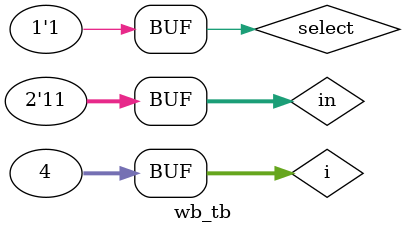
<source format=v>
module wb( select, in, o );

input select;
input[1:0] in;
output o;

wire o;
wire select;
wire[1:0] in;

assign o = in[select];

endmodule


module wb_tb;

reg[1:0] in;
reg select;
wire o;

integer  i;

wb w(select, in, o);

initial
begin
   #1 $monitor("in = %b", in, "  |  select = ", select, "  |  o = ", o );

   for( i = 0; i <= 3; i = i + 1)
   begin
      in = i;
      select = 0;  #1;
      select = 1;  #1;
      $display("-----------------------------------------");
    end

end
endmodule
</source>
